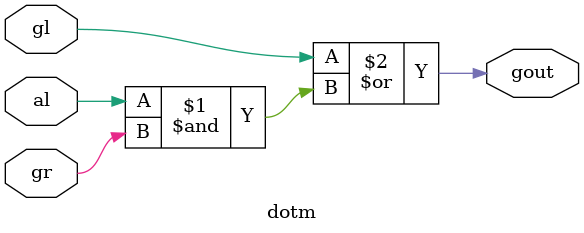
<source format=v>
module dotm(gl,al,gr,gout);

input gl, al, gr;
output gout;

assign gout = gl | al & gr;

endmodule

</source>
